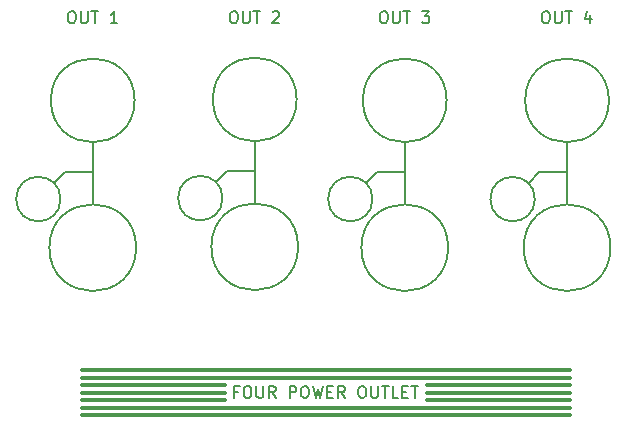
<source format=gbr>
%TF.GenerationSoftware,KiCad,Pcbnew,(5.1.9)-1*%
%TF.CreationDate,2021-03-03T01:24:06+00:00*%
%TF.ProjectId,Four Power Outlet Front Panel,466f7572-2050-46f7-9765-72204f75746c,rev?*%
%TF.SameCoordinates,Original*%
%TF.FileFunction,Legend,Top*%
%TF.FilePolarity,Positive*%
%FSLAX46Y46*%
G04 Gerber Fmt 4.6, Leading zero omitted, Abs format (unit mm)*
G04 Created by KiCad (PCBNEW (5.1.9)-1) date 2021-03-03 01:24:06*
%MOMM*%
%LPD*%
G01*
G04 APERTURE LIST*
%ADD10C,0.300000*%
%ADD11C,0.200000*%
%ADD12C,0.150000*%
G04 APERTURE END LIST*
D10*
X140335000Y-97790000D02*
X152400000Y-97790000D01*
X140335000Y-97155000D02*
X152400000Y-97155000D01*
X140335000Y-98425000D02*
X152400000Y-98425000D01*
X140335000Y-99060000D02*
X152400000Y-99060000D01*
X140335000Y-95885000D02*
X152400000Y-95885000D01*
X140335000Y-96520000D02*
X152400000Y-96520000D01*
X140335000Y-99695000D02*
X152400000Y-99695000D01*
X111125000Y-98425000D02*
X123190000Y-98425000D01*
X111125000Y-97790000D02*
X123190000Y-97790000D01*
X111125000Y-99060000D02*
X140335000Y-99060000D01*
X111125000Y-97155000D02*
X123190000Y-97155000D01*
X111125000Y-95885000D02*
X140335000Y-95885000D01*
X111125000Y-96520000D02*
X140335000Y-96520000D01*
X111125000Y-99695000D02*
X140335000Y-99695000D01*
D11*
X149834600Y-79146400D02*
X152171400Y-79146400D01*
X152182400Y-81852999D02*
X152182400Y-76595000D01*
X155727400Y-73050000D02*
G75*
G03*
X155727400Y-73050000I-3545000J0D01*
G01*
X149453772Y-81407000D02*
G75*
G03*
X149453772Y-81407000I-1879772J0D01*
G01*
X155854401Y-85525000D02*
G75*
G03*
X155854401Y-85525000I-3672001J0D01*
G01*
X148920200Y-80060800D02*
X149834600Y-79146400D01*
X141986000Y-73050000D02*
G75*
G03*
X141986000Y-73050000I-3545000J0D01*
G01*
X135178800Y-80060800D02*
X136093200Y-79146400D01*
X136093200Y-79146400D02*
X138430000Y-79146400D01*
X142113001Y-85525000D02*
G75*
G03*
X142113001Y-85525000I-3672001J0D01*
G01*
X138441000Y-81852999D02*
X138441000Y-76595000D01*
X135712372Y-81407000D02*
G75*
G03*
X135712372Y-81407000I-1879772J0D01*
G01*
X129286000Y-72973800D02*
G75*
G03*
X129286000Y-72973800I-3545000J0D01*
G01*
X122478800Y-79984600D02*
X123393200Y-79070200D01*
X123393200Y-79070200D02*
X125730000Y-79070200D01*
X129413001Y-85448800D02*
G75*
G03*
X129413001Y-85448800I-3672001J0D01*
G01*
X125741000Y-81776799D02*
X125741000Y-76518800D01*
X123012372Y-81330800D02*
G75*
G03*
X123012372Y-81330800I-1879772J0D01*
G01*
X109677200Y-79146400D02*
X112014000Y-79146400D01*
X108762800Y-80060800D02*
X109677200Y-79146400D01*
X109296372Y-81407000D02*
G75*
G03*
X109296372Y-81407000I-1879772J0D01*
G01*
X112025000Y-81852999D02*
X112025000Y-76595000D01*
X115697001Y-85525000D02*
G75*
G03*
X115697001Y-85525000I-3672001J0D01*
G01*
X115570000Y-73050000D02*
G75*
G03*
X115570000Y-73050000I-3545000J0D01*
G01*
D12*
X124318095Y-97718571D02*
X123984761Y-97718571D01*
X123984761Y-98242380D02*
X123984761Y-97242380D01*
X124460952Y-97242380D01*
X125032380Y-97242380D02*
X125222857Y-97242380D01*
X125318095Y-97290000D01*
X125413333Y-97385238D01*
X125460952Y-97575714D01*
X125460952Y-97909047D01*
X125413333Y-98099523D01*
X125318095Y-98194761D01*
X125222857Y-98242380D01*
X125032380Y-98242380D01*
X124937142Y-98194761D01*
X124841904Y-98099523D01*
X124794285Y-97909047D01*
X124794285Y-97575714D01*
X124841904Y-97385238D01*
X124937142Y-97290000D01*
X125032380Y-97242380D01*
X125889523Y-97242380D02*
X125889523Y-98051904D01*
X125937142Y-98147142D01*
X125984761Y-98194761D01*
X126080000Y-98242380D01*
X126270476Y-98242380D01*
X126365714Y-98194761D01*
X126413333Y-98147142D01*
X126460952Y-98051904D01*
X126460952Y-97242380D01*
X127508571Y-98242380D02*
X127175238Y-97766190D01*
X126937142Y-98242380D02*
X126937142Y-97242380D01*
X127318095Y-97242380D01*
X127413333Y-97290000D01*
X127460952Y-97337619D01*
X127508571Y-97432857D01*
X127508571Y-97575714D01*
X127460952Y-97670952D01*
X127413333Y-97718571D01*
X127318095Y-97766190D01*
X126937142Y-97766190D01*
X128699047Y-98242380D02*
X128699047Y-97242380D01*
X129080000Y-97242380D01*
X129175238Y-97290000D01*
X129222857Y-97337619D01*
X129270476Y-97432857D01*
X129270476Y-97575714D01*
X129222857Y-97670952D01*
X129175238Y-97718571D01*
X129080000Y-97766190D01*
X128699047Y-97766190D01*
X129889523Y-97242380D02*
X130080000Y-97242380D01*
X130175238Y-97290000D01*
X130270476Y-97385238D01*
X130318095Y-97575714D01*
X130318095Y-97909047D01*
X130270476Y-98099523D01*
X130175238Y-98194761D01*
X130080000Y-98242380D01*
X129889523Y-98242380D01*
X129794285Y-98194761D01*
X129699047Y-98099523D01*
X129651428Y-97909047D01*
X129651428Y-97575714D01*
X129699047Y-97385238D01*
X129794285Y-97290000D01*
X129889523Y-97242380D01*
X130651428Y-97242380D02*
X130889523Y-98242380D01*
X131080000Y-97528095D01*
X131270476Y-98242380D01*
X131508571Y-97242380D01*
X131889523Y-97718571D02*
X132222857Y-97718571D01*
X132365714Y-98242380D02*
X131889523Y-98242380D01*
X131889523Y-97242380D01*
X132365714Y-97242380D01*
X133365714Y-98242380D02*
X133032380Y-97766190D01*
X132794285Y-98242380D02*
X132794285Y-97242380D01*
X133175238Y-97242380D01*
X133270476Y-97290000D01*
X133318095Y-97337619D01*
X133365714Y-97432857D01*
X133365714Y-97575714D01*
X133318095Y-97670952D01*
X133270476Y-97718571D01*
X133175238Y-97766190D01*
X132794285Y-97766190D01*
X134746666Y-97242380D02*
X134937142Y-97242380D01*
X135032380Y-97290000D01*
X135127619Y-97385238D01*
X135175238Y-97575714D01*
X135175238Y-97909047D01*
X135127619Y-98099523D01*
X135032380Y-98194761D01*
X134937142Y-98242380D01*
X134746666Y-98242380D01*
X134651428Y-98194761D01*
X134556190Y-98099523D01*
X134508571Y-97909047D01*
X134508571Y-97575714D01*
X134556190Y-97385238D01*
X134651428Y-97290000D01*
X134746666Y-97242380D01*
X135603809Y-97242380D02*
X135603809Y-98051904D01*
X135651428Y-98147142D01*
X135699047Y-98194761D01*
X135794285Y-98242380D01*
X135984761Y-98242380D01*
X136080000Y-98194761D01*
X136127619Y-98147142D01*
X136175238Y-98051904D01*
X136175238Y-97242380D01*
X136508571Y-97242380D02*
X137080000Y-97242380D01*
X136794285Y-98242380D02*
X136794285Y-97242380D01*
X137889523Y-98242380D02*
X137413333Y-98242380D01*
X137413333Y-97242380D01*
X138222857Y-97718571D02*
X138556190Y-97718571D01*
X138699047Y-98242380D02*
X138222857Y-98242380D01*
X138222857Y-97242380D01*
X138699047Y-97242380D01*
X138984761Y-97242380D02*
X139556190Y-97242380D01*
X139270476Y-98242380D02*
X139270476Y-97242380D01*
%TO.C,OUT 2*%
X123872857Y-65507380D02*
X124063333Y-65507380D01*
X124158571Y-65555000D01*
X124253809Y-65650238D01*
X124301428Y-65840714D01*
X124301428Y-66174047D01*
X124253809Y-66364523D01*
X124158571Y-66459761D01*
X124063333Y-66507380D01*
X123872857Y-66507380D01*
X123777619Y-66459761D01*
X123682380Y-66364523D01*
X123634761Y-66174047D01*
X123634761Y-65840714D01*
X123682380Y-65650238D01*
X123777619Y-65555000D01*
X123872857Y-65507380D01*
X124730000Y-65507380D02*
X124730000Y-66316904D01*
X124777619Y-66412142D01*
X124825238Y-66459761D01*
X124920476Y-66507380D01*
X125110952Y-66507380D01*
X125206190Y-66459761D01*
X125253809Y-66412142D01*
X125301428Y-66316904D01*
X125301428Y-65507380D01*
X125634761Y-65507380D02*
X126206190Y-65507380D01*
X125920476Y-66507380D02*
X125920476Y-65507380D01*
X127253809Y-65602619D02*
X127301428Y-65555000D01*
X127396666Y-65507380D01*
X127634761Y-65507380D01*
X127730000Y-65555000D01*
X127777619Y-65602619D01*
X127825238Y-65697857D01*
X127825238Y-65793095D01*
X127777619Y-65935952D01*
X127206190Y-66507380D01*
X127825238Y-66507380D01*
%TO.C,OUT 1*%
X110156857Y-65507380D02*
X110347333Y-65507380D01*
X110442571Y-65555000D01*
X110537809Y-65650238D01*
X110585428Y-65840714D01*
X110585428Y-66174047D01*
X110537809Y-66364523D01*
X110442571Y-66459761D01*
X110347333Y-66507380D01*
X110156857Y-66507380D01*
X110061619Y-66459761D01*
X109966380Y-66364523D01*
X109918761Y-66174047D01*
X109918761Y-65840714D01*
X109966380Y-65650238D01*
X110061619Y-65555000D01*
X110156857Y-65507380D01*
X111014000Y-65507380D02*
X111014000Y-66316904D01*
X111061619Y-66412142D01*
X111109238Y-66459761D01*
X111204476Y-66507380D01*
X111394952Y-66507380D01*
X111490190Y-66459761D01*
X111537809Y-66412142D01*
X111585428Y-66316904D01*
X111585428Y-65507380D01*
X111918761Y-65507380D02*
X112490190Y-65507380D01*
X112204476Y-66507380D02*
X112204476Y-65507380D01*
X114109238Y-66507380D02*
X113537809Y-66507380D01*
X113823523Y-66507380D02*
X113823523Y-65507380D01*
X113728285Y-65650238D01*
X113633047Y-65745476D01*
X113537809Y-65793095D01*
%TO.C,OUT 4*%
X150288857Y-65507380D02*
X150479333Y-65507380D01*
X150574571Y-65555000D01*
X150669809Y-65650238D01*
X150717428Y-65840714D01*
X150717428Y-66174047D01*
X150669809Y-66364523D01*
X150574571Y-66459761D01*
X150479333Y-66507380D01*
X150288857Y-66507380D01*
X150193619Y-66459761D01*
X150098380Y-66364523D01*
X150050761Y-66174047D01*
X150050761Y-65840714D01*
X150098380Y-65650238D01*
X150193619Y-65555000D01*
X150288857Y-65507380D01*
X151146000Y-65507380D02*
X151146000Y-66316904D01*
X151193619Y-66412142D01*
X151241238Y-66459761D01*
X151336476Y-66507380D01*
X151526952Y-66507380D01*
X151622190Y-66459761D01*
X151669809Y-66412142D01*
X151717428Y-66316904D01*
X151717428Y-65507380D01*
X152050761Y-65507380D02*
X152622190Y-65507380D01*
X152336476Y-66507380D02*
X152336476Y-65507380D01*
X154146000Y-65840714D02*
X154146000Y-66507380D01*
X153907904Y-65459761D02*
X153669809Y-66174047D01*
X154288857Y-66174047D01*
%TO.C,OUT 3*%
X136572857Y-65507380D02*
X136763333Y-65507380D01*
X136858571Y-65555000D01*
X136953809Y-65650238D01*
X137001428Y-65840714D01*
X137001428Y-66174047D01*
X136953809Y-66364523D01*
X136858571Y-66459761D01*
X136763333Y-66507380D01*
X136572857Y-66507380D01*
X136477619Y-66459761D01*
X136382380Y-66364523D01*
X136334761Y-66174047D01*
X136334761Y-65840714D01*
X136382380Y-65650238D01*
X136477619Y-65555000D01*
X136572857Y-65507380D01*
X137430000Y-65507380D02*
X137430000Y-66316904D01*
X137477619Y-66412142D01*
X137525238Y-66459761D01*
X137620476Y-66507380D01*
X137810952Y-66507380D01*
X137906190Y-66459761D01*
X137953809Y-66412142D01*
X138001428Y-66316904D01*
X138001428Y-65507380D01*
X138334761Y-65507380D02*
X138906190Y-65507380D01*
X138620476Y-66507380D02*
X138620476Y-65507380D01*
X139906190Y-65507380D02*
X140525238Y-65507380D01*
X140191904Y-65888333D01*
X140334761Y-65888333D01*
X140430000Y-65935952D01*
X140477619Y-65983571D01*
X140525238Y-66078809D01*
X140525238Y-66316904D01*
X140477619Y-66412142D01*
X140430000Y-66459761D01*
X140334761Y-66507380D01*
X140049047Y-66507380D01*
X139953809Y-66459761D01*
X139906190Y-66412142D01*
%TD*%
M02*

</source>
